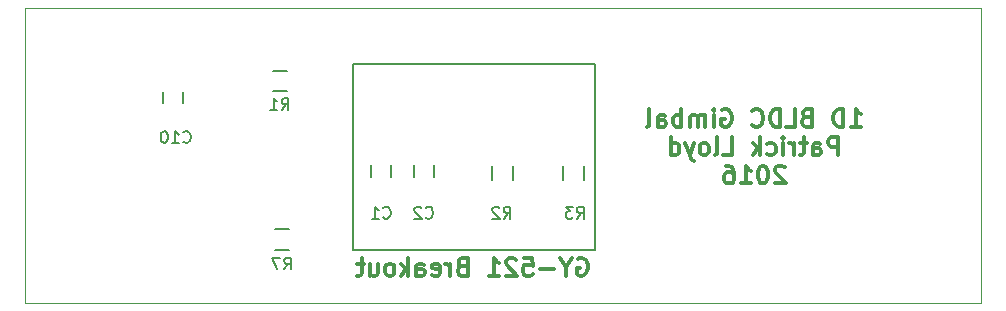
<source format=gbo>
G04 #@! TF.FileFunction,Legend,Bot*
%FSLAX46Y46*%
G04 Gerber Fmt 4.6, Leading zero omitted, Abs format (unit mm)*
G04 Created by KiCad (PCBNEW 0.201602221446+6578~42~ubuntu15.04.1-product) date Mon 22 Feb 2016 07:23:46 PM EST*
%MOMM*%
G01*
G04 APERTURE LIST*
%ADD10C,0.100000*%
%ADD11C,0.300000*%
%ADD12C,0.200000*%
%ADD13C,0.150000*%
G04 APERTURE END LIST*
D10*
D11*
X163978571Y-53078571D02*
X164835714Y-53078571D01*
X164407142Y-53078571D02*
X164407142Y-51578571D01*
X164549999Y-51792857D01*
X164692857Y-51935714D01*
X164835714Y-52007143D01*
X163335714Y-53078571D02*
X163335714Y-51578571D01*
X162978571Y-51578571D01*
X162764286Y-51650000D01*
X162621428Y-51792857D01*
X162550000Y-51935714D01*
X162478571Y-52221429D01*
X162478571Y-52435714D01*
X162550000Y-52721429D01*
X162621428Y-52864286D01*
X162764286Y-53007143D01*
X162978571Y-53078571D01*
X163335714Y-53078571D01*
X160192857Y-52292857D02*
X159978571Y-52364286D01*
X159907143Y-52435714D01*
X159835714Y-52578571D01*
X159835714Y-52792857D01*
X159907143Y-52935714D01*
X159978571Y-53007143D01*
X160121429Y-53078571D01*
X160692857Y-53078571D01*
X160692857Y-51578571D01*
X160192857Y-51578571D01*
X160050000Y-51650000D01*
X159978571Y-51721429D01*
X159907143Y-51864286D01*
X159907143Y-52007143D01*
X159978571Y-52150000D01*
X160050000Y-52221429D01*
X160192857Y-52292857D01*
X160692857Y-52292857D01*
X158478571Y-53078571D02*
X159192857Y-53078571D01*
X159192857Y-51578571D01*
X157978571Y-53078571D02*
X157978571Y-51578571D01*
X157621428Y-51578571D01*
X157407143Y-51650000D01*
X157264285Y-51792857D01*
X157192857Y-51935714D01*
X157121428Y-52221429D01*
X157121428Y-52435714D01*
X157192857Y-52721429D01*
X157264285Y-52864286D01*
X157407143Y-53007143D01*
X157621428Y-53078571D01*
X157978571Y-53078571D01*
X155621428Y-52935714D02*
X155692857Y-53007143D01*
X155907143Y-53078571D01*
X156050000Y-53078571D01*
X156264285Y-53007143D01*
X156407143Y-52864286D01*
X156478571Y-52721429D01*
X156550000Y-52435714D01*
X156550000Y-52221429D01*
X156478571Y-51935714D01*
X156407143Y-51792857D01*
X156264285Y-51650000D01*
X156050000Y-51578571D01*
X155907143Y-51578571D01*
X155692857Y-51650000D01*
X155621428Y-51721429D01*
X153050000Y-51650000D02*
X153192857Y-51578571D01*
X153407143Y-51578571D01*
X153621428Y-51650000D01*
X153764286Y-51792857D01*
X153835714Y-51935714D01*
X153907143Y-52221429D01*
X153907143Y-52435714D01*
X153835714Y-52721429D01*
X153764286Y-52864286D01*
X153621428Y-53007143D01*
X153407143Y-53078571D01*
X153264286Y-53078571D01*
X153050000Y-53007143D01*
X152978571Y-52935714D01*
X152978571Y-52435714D01*
X153264286Y-52435714D01*
X152335714Y-53078571D02*
X152335714Y-52078571D01*
X152335714Y-51578571D02*
X152407143Y-51650000D01*
X152335714Y-51721429D01*
X152264286Y-51650000D01*
X152335714Y-51578571D01*
X152335714Y-51721429D01*
X151621428Y-53078571D02*
X151621428Y-52078571D01*
X151621428Y-52221429D02*
X151550000Y-52150000D01*
X151407142Y-52078571D01*
X151192857Y-52078571D01*
X151050000Y-52150000D01*
X150978571Y-52292857D01*
X150978571Y-53078571D01*
X150978571Y-52292857D02*
X150907142Y-52150000D01*
X150764285Y-52078571D01*
X150550000Y-52078571D01*
X150407142Y-52150000D01*
X150335714Y-52292857D01*
X150335714Y-53078571D01*
X149621428Y-53078571D02*
X149621428Y-51578571D01*
X149621428Y-52150000D02*
X149478571Y-52078571D01*
X149192857Y-52078571D01*
X149050000Y-52150000D01*
X148978571Y-52221429D01*
X148907142Y-52364286D01*
X148907142Y-52792857D01*
X148978571Y-52935714D01*
X149050000Y-53007143D01*
X149192857Y-53078571D01*
X149478571Y-53078571D01*
X149621428Y-53007143D01*
X147621428Y-53078571D02*
X147621428Y-52292857D01*
X147692857Y-52150000D01*
X147835714Y-52078571D01*
X148121428Y-52078571D01*
X148264285Y-52150000D01*
X147621428Y-53007143D02*
X147764285Y-53078571D01*
X148121428Y-53078571D01*
X148264285Y-53007143D01*
X148335714Y-52864286D01*
X148335714Y-52721429D01*
X148264285Y-52578571D01*
X148121428Y-52507143D01*
X147764285Y-52507143D01*
X147621428Y-52435714D01*
X146692856Y-53078571D02*
X146835714Y-53007143D01*
X146907142Y-52864286D01*
X146907142Y-51578571D01*
X162871428Y-55478571D02*
X162871428Y-53978571D01*
X162300000Y-53978571D01*
X162157142Y-54050000D01*
X162085714Y-54121429D01*
X162014285Y-54264286D01*
X162014285Y-54478571D01*
X162085714Y-54621429D01*
X162157142Y-54692857D01*
X162300000Y-54764286D01*
X162871428Y-54764286D01*
X160728571Y-55478571D02*
X160728571Y-54692857D01*
X160800000Y-54550000D01*
X160942857Y-54478571D01*
X161228571Y-54478571D01*
X161371428Y-54550000D01*
X160728571Y-55407143D02*
X160871428Y-55478571D01*
X161228571Y-55478571D01*
X161371428Y-55407143D01*
X161442857Y-55264286D01*
X161442857Y-55121429D01*
X161371428Y-54978571D01*
X161228571Y-54907143D01*
X160871428Y-54907143D01*
X160728571Y-54835714D01*
X160228571Y-54478571D02*
X159657142Y-54478571D01*
X160014285Y-53978571D02*
X160014285Y-55264286D01*
X159942857Y-55407143D01*
X159799999Y-55478571D01*
X159657142Y-55478571D01*
X159157142Y-55478571D02*
X159157142Y-54478571D01*
X159157142Y-54764286D02*
X159085714Y-54621429D01*
X159014285Y-54550000D01*
X158871428Y-54478571D01*
X158728571Y-54478571D01*
X158228571Y-55478571D02*
X158228571Y-54478571D01*
X158228571Y-53978571D02*
X158300000Y-54050000D01*
X158228571Y-54121429D01*
X158157143Y-54050000D01*
X158228571Y-53978571D01*
X158228571Y-54121429D01*
X156871428Y-55407143D02*
X157014285Y-55478571D01*
X157299999Y-55478571D01*
X157442857Y-55407143D01*
X157514285Y-55335714D01*
X157585714Y-55192857D01*
X157585714Y-54764286D01*
X157514285Y-54621429D01*
X157442857Y-54550000D01*
X157299999Y-54478571D01*
X157014285Y-54478571D01*
X156871428Y-54550000D01*
X156228571Y-55478571D02*
X156228571Y-53978571D01*
X156085714Y-54907143D02*
X155657143Y-55478571D01*
X155657143Y-54478571D02*
X156228571Y-55050000D01*
X153157142Y-55478571D02*
X153871428Y-55478571D01*
X153871428Y-53978571D01*
X152442856Y-55478571D02*
X152585714Y-55407143D01*
X152657142Y-55264286D01*
X152657142Y-53978571D01*
X151657142Y-55478571D02*
X151800000Y-55407143D01*
X151871428Y-55335714D01*
X151942857Y-55192857D01*
X151942857Y-54764286D01*
X151871428Y-54621429D01*
X151800000Y-54550000D01*
X151657142Y-54478571D01*
X151442857Y-54478571D01*
X151300000Y-54550000D01*
X151228571Y-54621429D01*
X151157142Y-54764286D01*
X151157142Y-55192857D01*
X151228571Y-55335714D01*
X151300000Y-55407143D01*
X151442857Y-55478571D01*
X151657142Y-55478571D01*
X150657142Y-54478571D02*
X150299999Y-55478571D01*
X149942857Y-54478571D02*
X150299999Y-55478571D01*
X150442857Y-55835714D01*
X150514285Y-55907143D01*
X150657142Y-55978571D01*
X148728571Y-55478571D02*
X148728571Y-53978571D01*
X148728571Y-55407143D02*
X148871428Y-55478571D01*
X149157142Y-55478571D01*
X149300000Y-55407143D01*
X149371428Y-55335714D01*
X149442857Y-55192857D01*
X149442857Y-54764286D01*
X149371428Y-54621429D01*
X149300000Y-54550000D01*
X149157142Y-54478571D01*
X148871428Y-54478571D01*
X148728571Y-54550000D01*
X158371428Y-56521429D02*
X158299999Y-56450000D01*
X158157142Y-56378571D01*
X157799999Y-56378571D01*
X157657142Y-56450000D01*
X157585713Y-56521429D01*
X157514285Y-56664286D01*
X157514285Y-56807143D01*
X157585713Y-57021429D01*
X158442856Y-57878571D01*
X157514285Y-57878571D01*
X156585714Y-56378571D02*
X156442857Y-56378571D01*
X156300000Y-56450000D01*
X156228571Y-56521429D01*
X156157142Y-56664286D01*
X156085714Y-56950000D01*
X156085714Y-57307143D01*
X156157142Y-57592857D01*
X156228571Y-57735714D01*
X156300000Y-57807143D01*
X156442857Y-57878571D01*
X156585714Y-57878571D01*
X156728571Y-57807143D01*
X156800000Y-57735714D01*
X156871428Y-57592857D01*
X156942857Y-57307143D01*
X156942857Y-56950000D01*
X156871428Y-56664286D01*
X156800000Y-56521429D01*
X156728571Y-56450000D01*
X156585714Y-56378571D01*
X154657143Y-57878571D02*
X155514286Y-57878571D01*
X155085714Y-57878571D02*
X155085714Y-56378571D01*
X155228571Y-56592857D01*
X155371429Y-56735714D01*
X155514286Y-56807143D01*
X153371429Y-56378571D02*
X153657143Y-56378571D01*
X153800000Y-56450000D01*
X153871429Y-56521429D01*
X154014286Y-56735714D01*
X154085715Y-57021429D01*
X154085715Y-57592857D01*
X154014286Y-57735714D01*
X153942858Y-57807143D01*
X153800000Y-57878571D01*
X153514286Y-57878571D01*
X153371429Y-57807143D01*
X153300000Y-57735714D01*
X153228572Y-57592857D01*
X153228572Y-57235714D01*
X153300000Y-57092857D01*
X153371429Y-57021429D01*
X153514286Y-56950000D01*
X153800000Y-56950000D01*
X153942858Y-57021429D01*
X154014286Y-57092857D01*
X154085715Y-57235714D01*
X140821428Y-64250000D02*
X140964285Y-64178571D01*
X141178571Y-64178571D01*
X141392856Y-64250000D01*
X141535714Y-64392857D01*
X141607142Y-64535714D01*
X141678571Y-64821429D01*
X141678571Y-65035714D01*
X141607142Y-65321429D01*
X141535714Y-65464286D01*
X141392856Y-65607143D01*
X141178571Y-65678571D01*
X141035714Y-65678571D01*
X140821428Y-65607143D01*
X140749999Y-65535714D01*
X140749999Y-65035714D01*
X141035714Y-65035714D01*
X139821428Y-64964286D02*
X139821428Y-65678571D01*
X140321428Y-64178571D02*
X139821428Y-64964286D01*
X139321428Y-64178571D01*
X138821428Y-65107143D02*
X137678571Y-65107143D01*
X136249999Y-64178571D02*
X136964285Y-64178571D01*
X137035714Y-64892857D01*
X136964285Y-64821429D01*
X136821428Y-64750000D01*
X136464285Y-64750000D01*
X136321428Y-64821429D01*
X136249999Y-64892857D01*
X136178571Y-65035714D01*
X136178571Y-65392857D01*
X136249999Y-65535714D01*
X136321428Y-65607143D01*
X136464285Y-65678571D01*
X136821428Y-65678571D01*
X136964285Y-65607143D01*
X137035714Y-65535714D01*
X135607143Y-64321429D02*
X135535714Y-64250000D01*
X135392857Y-64178571D01*
X135035714Y-64178571D01*
X134892857Y-64250000D01*
X134821428Y-64321429D01*
X134750000Y-64464286D01*
X134750000Y-64607143D01*
X134821428Y-64821429D01*
X135678571Y-65678571D01*
X134750000Y-65678571D01*
X133321429Y-65678571D02*
X134178572Y-65678571D01*
X133750000Y-65678571D02*
X133750000Y-64178571D01*
X133892857Y-64392857D01*
X134035715Y-64535714D01*
X134178572Y-64607143D01*
X131035715Y-64892857D02*
X130821429Y-64964286D01*
X130750001Y-65035714D01*
X130678572Y-65178571D01*
X130678572Y-65392857D01*
X130750001Y-65535714D01*
X130821429Y-65607143D01*
X130964287Y-65678571D01*
X131535715Y-65678571D01*
X131535715Y-64178571D01*
X131035715Y-64178571D01*
X130892858Y-64250000D01*
X130821429Y-64321429D01*
X130750001Y-64464286D01*
X130750001Y-64607143D01*
X130821429Y-64750000D01*
X130892858Y-64821429D01*
X131035715Y-64892857D01*
X131535715Y-64892857D01*
X130035715Y-65678571D02*
X130035715Y-64678571D01*
X130035715Y-64964286D02*
X129964287Y-64821429D01*
X129892858Y-64750000D01*
X129750001Y-64678571D01*
X129607144Y-64678571D01*
X128535716Y-65607143D02*
X128678573Y-65678571D01*
X128964287Y-65678571D01*
X129107144Y-65607143D01*
X129178573Y-65464286D01*
X129178573Y-64892857D01*
X129107144Y-64750000D01*
X128964287Y-64678571D01*
X128678573Y-64678571D01*
X128535716Y-64750000D01*
X128464287Y-64892857D01*
X128464287Y-65035714D01*
X129178573Y-65178571D01*
X127178573Y-65678571D02*
X127178573Y-64892857D01*
X127250002Y-64750000D01*
X127392859Y-64678571D01*
X127678573Y-64678571D01*
X127821430Y-64750000D01*
X127178573Y-65607143D02*
X127321430Y-65678571D01*
X127678573Y-65678571D01*
X127821430Y-65607143D01*
X127892859Y-65464286D01*
X127892859Y-65321429D01*
X127821430Y-65178571D01*
X127678573Y-65107143D01*
X127321430Y-65107143D01*
X127178573Y-65035714D01*
X126464287Y-65678571D02*
X126464287Y-64178571D01*
X126321430Y-65107143D02*
X125892859Y-65678571D01*
X125892859Y-64678571D02*
X126464287Y-65250000D01*
X125035715Y-65678571D02*
X125178573Y-65607143D01*
X125250001Y-65535714D01*
X125321430Y-65392857D01*
X125321430Y-64964286D01*
X125250001Y-64821429D01*
X125178573Y-64750000D01*
X125035715Y-64678571D01*
X124821430Y-64678571D01*
X124678573Y-64750000D01*
X124607144Y-64821429D01*
X124535715Y-64964286D01*
X124535715Y-65392857D01*
X124607144Y-65535714D01*
X124678573Y-65607143D01*
X124821430Y-65678571D01*
X125035715Y-65678571D01*
X123250001Y-64678571D02*
X123250001Y-65678571D01*
X123892858Y-64678571D02*
X123892858Y-65464286D01*
X123821430Y-65607143D01*
X123678572Y-65678571D01*
X123464287Y-65678571D01*
X123321430Y-65607143D01*
X123250001Y-65535714D01*
X122750001Y-64678571D02*
X122178572Y-64678571D01*
X122535715Y-64178571D02*
X122535715Y-65464286D01*
X122464287Y-65607143D01*
X122321429Y-65678571D01*
X122178572Y-65678571D01*
D10*
X94000000Y-68000000D02*
X94000000Y-43000000D01*
X175000000Y-68000000D02*
X94000000Y-68000000D01*
X175000000Y-43000000D02*
X175000000Y-68000000D01*
X94000000Y-43000000D02*
X175000000Y-43000000D01*
D12*
X121800000Y-63500000D02*
X142300000Y-63500000D01*
X121800000Y-47800000D02*
X121800000Y-63500000D01*
X142300000Y-47800000D02*
X142300000Y-63500000D01*
X121800000Y-47800000D02*
X142300000Y-47800000D01*
D13*
X125050000Y-56300000D02*
X125050000Y-57300000D01*
X123350000Y-57300000D02*
X123350000Y-56300000D01*
X128650000Y-56300000D02*
X128650000Y-57300000D01*
X126950000Y-57300000D02*
X126950000Y-56300000D01*
X107450000Y-50100000D02*
X107450000Y-51100000D01*
X105750000Y-51100000D02*
X105750000Y-50100000D01*
X116200000Y-48325000D02*
X115000000Y-48325000D01*
X115000000Y-50075000D02*
X116200000Y-50075000D01*
X135362437Y-57574953D02*
X135362437Y-56374953D01*
X133612437Y-56374953D02*
X133612437Y-57574953D01*
X141362437Y-57574953D02*
X141362437Y-56374953D01*
X139612437Y-56374953D02*
X139612437Y-57574953D01*
X116400000Y-61725000D02*
X115200000Y-61725000D01*
X115200000Y-63475000D02*
X116400000Y-63475000D01*
X124366666Y-60757143D02*
X124414285Y-60804762D01*
X124557142Y-60852381D01*
X124652380Y-60852381D01*
X124795238Y-60804762D01*
X124890476Y-60709524D01*
X124938095Y-60614286D01*
X124985714Y-60423810D01*
X124985714Y-60280952D01*
X124938095Y-60090476D01*
X124890476Y-59995238D01*
X124795238Y-59900000D01*
X124652380Y-59852381D01*
X124557142Y-59852381D01*
X124414285Y-59900000D01*
X124366666Y-59947619D01*
X123414285Y-60852381D02*
X123985714Y-60852381D01*
X123700000Y-60852381D02*
X123700000Y-59852381D01*
X123795238Y-59995238D01*
X123890476Y-60090476D01*
X123985714Y-60138095D01*
X127966666Y-60757143D02*
X128014285Y-60804762D01*
X128157142Y-60852381D01*
X128252380Y-60852381D01*
X128395238Y-60804762D01*
X128490476Y-60709524D01*
X128538095Y-60614286D01*
X128585714Y-60423810D01*
X128585714Y-60280952D01*
X128538095Y-60090476D01*
X128490476Y-59995238D01*
X128395238Y-59900000D01*
X128252380Y-59852381D01*
X128157142Y-59852381D01*
X128014285Y-59900000D01*
X127966666Y-59947619D01*
X127585714Y-59947619D02*
X127538095Y-59900000D01*
X127442857Y-59852381D01*
X127204761Y-59852381D01*
X127109523Y-59900000D01*
X127061904Y-59947619D01*
X127014285Y-60042857D01*
X127014285Y-60138095D01*
X127061904Y-60280952D01*
X127633333Y-60852381D01*
X127014285Y-60852381D01*
X107442857Y-54357143D02*
X107490476Y-54404762D01*
X107633333Y-54452381D01*
X107728571Y-54452381D01*
X107871429Y-54404762D01*
X107966667Y-54309524D01*
X108014286Y-54214286D01*
X108061905Y-54023810D01*
X108061905Y-53880952D01*
X108014286Y-53690476D01*
X107966667Y-53595238D01*
X107871429Y-53500000D01*
X107728571Y-53452381D01*
X107633333Y-53452381D01*
X107490476Y-53500000D01*
X107442857Y-53547619D01*
X106490476Y-54452381D02*
X107061905Y-54452381D01*
X106776191Y-54452381D02*
X106776191Y-53452381D01*
X106871429Y-53595238D01*
X106966667Y-53690476D01*
X107061905Y-53738095D01*
X105871429Y-53452381D02*
X105776190Y-53452381D01*
X105680952Y-53500000D01*
X105633333Y-53547619D01*
X105585714Y-53642857D01*
X105538095Y-53833333D01*
X105538095Y-54071429D01*
X105585714Y-54261905D01*
X105633333Y-54357143D01*
X105680952Y-54404762D01*
X105776190Y-54452381D01*
X105871429Y-54452381D01*
X105966667Y-54404762D01*
X106014286Y-54357143D01*
X106061905Y-54261905D01*
X106109524Y-54071429D01*
X106109524Y-53833333D01*
X106061905Y-53642857D01*
X106014286Y-53547619D01*
X105966667Y-53500000D01*
X105871429Y-53452381D01*
X115766666Y-51652381D02*
X116100000Y-51176190D01*
X116338095Y-51652381D02*
X116338095Y-50652381D01*
X115957142Y-50652381D01*
X115861904Y-50700000D01*
X115814285Y-50747619D01*
X115766666Y-50842857D01*
X115766666Y-50985714D01*
X115814285Y-51080952D01*
X115861904Y-51128571D01*
X115957142Y-51176190D01*
X116338095Y-51176190D01*
X114814285Y-51652381D02*
X115385714Y-51652381D01*
X115100000Y-51652381D02*
X115100000Y-50652381D01*
X115195238Y-50795238D01*
X115290476Y-50890476D01*
X115385714Y-50938095D01*
X134566666Y-60852381D02*
X134900000Y-60376190D01*
X135138095Y-60852381D02*
X135138095Y-59852381D01*
X134757142Y-59852381D01*
X134661904Y-59900000D01*
X134614285Y-59947619D01*
X134566666Y-60042857D01*
X134566666Y-60185714D01*
X134614285Y-60280952D01*
X134661904Y-60328571D01*
X134757142Y-60376190D01*
X135138095Y-60376190D01*
X134185714Y-59947619D02*
X134138095Y-59900000D01*
X134042857Y-59852381D01*
X133804761Y-59852381D01*
X133709523Y-59900000D01*
X133661904Y-59947619D01*
X133614285Y-60042857D01*
X133614285Y-60138095D01*
X133661904Y-60280952D01*
X134233333Y-60852381D01*
X133614285Y-60852381D01*
X140766666Y-60852381D02*
X141100000Y-60376190D01*
X141338095Y-60852381D02*
X141338095Y-59852381D01*
X140957142Y-59852381D01*
X140861904Y-59900000D01*
X140814285Y-59947619D01*
X140766666Y-60042857D01*
X140766666Y-60185714D01*
X140814285Y-60280952D01*
X140861904Y-60328571D01*
X140957142Y-60376190D01*
X141338095Y-60376190D01*
X140433333Y-59852381D02*
X139814285Y-59852381D01*
X140147619Y-60233333D01*
X140004761Y-60233333D01*
X139909523Y-60280952D01*
X139861904Y-60328571D01*
X139814285Y-60423810D01*
X139814285Y-60661905D01*
X139861904Y-60757143D01*
X139909523Y-60804762D01*
X140004761Y-60852381D01*
X140290476Y-60852381D01*
X140385714Y-60804762D01*
X140433333Y-60757143D01*
X115966666Y-65152381D02*
X116300000Y-64676190D01*
X116538095Y-65152381D02*
X116538095Y-64152381D01*
X116157142Y-64152381D01*
X116061904Y-64200000D01*
X116014285Y-64247619D01*
X115966666Y-64342857D01*
X115966666Y-64485714D01*
X116014285Y-64580952D01*
X116061904Y-64628571D01*
X116157142Y-64676190D01*
X116538095Y-64676190D01*
X115633333Y-64152381D02*
X114966666Y-64152381D01*
X115395238Y-65152381D01*
M02*

</source>
